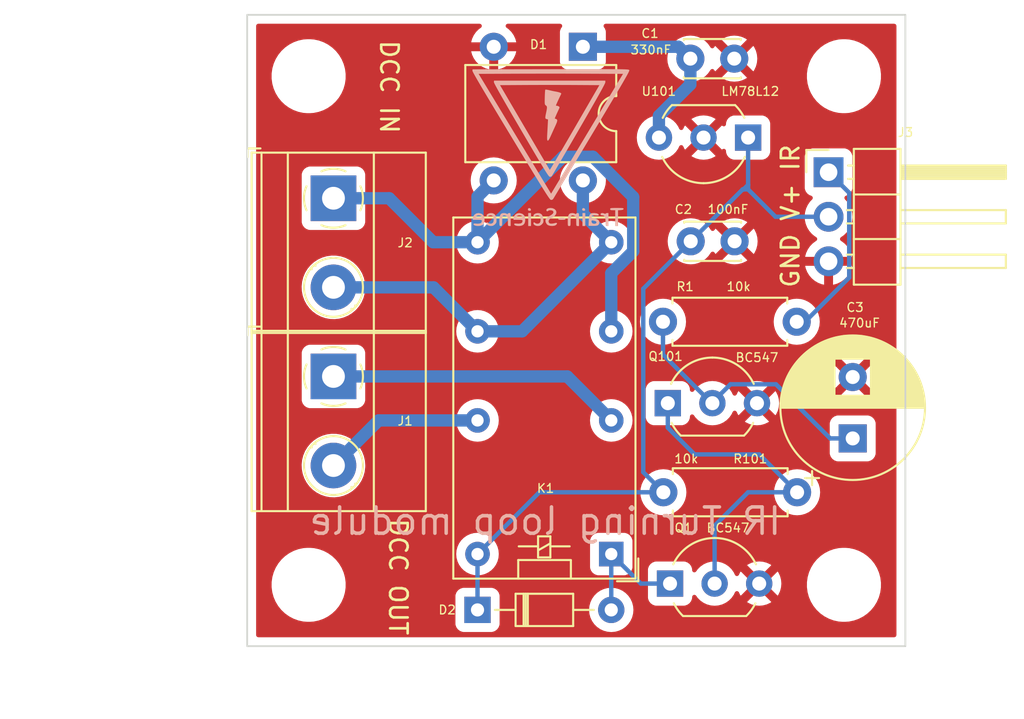
<source format=kicad_pcb>
(kicad_pcb (version 20221018) (generator pcbnew)
  (layers (0 "F.Cu" signal) (31 "B.Cu" signal) (34 "B.Paste" user) (35 "F.Paste" user) (36 "B.SilkS" user "B.Silkscreen") (37 "F.SilkS" user "F.Silkscreen") (38 "B.Mask" user) (39 "F.Mask" user) (44 "Edge.Cuts" user))
  (net 0 "")
  (net 1 "VCC")
  (net 2 "GND")
  (net 3 "+12V")
  (net 4 "Net-(R1-Pad1)")
  (net 5 "/DCC_A_OUT")
  (net 6 "/DCC_B_OUT")
  (net 7 "/DCC_B_IN")
  (net 8 "/DCC_A_IN")
  (net 9 "Net-(D2-Pad2)")
  (net 10 "Net-(Q1-Pad2)")
  (net 11 "Net-(J3-Pad1)")
  (footprint "Capacitor_THT:C_Disc_D3.0mm_W2.0mm_P2.50mm" (layer "F.Cu") (at 165.75 45)
    (fp_text reference "C1" (at -2.301 -1.439 unlocked) (layer "F.SilkS") (effects (font (size 0.5 0.5) (thickness 0.075))))
    (fp_text value "330nF" (at -2.25 -0.5 unlocked) (layer "F.SilkS") (effects (font (size 0.5 0.5) (thickness 0.075))))
    (pad "1" thru_hole circle (at 0 0) (size 1.6 1.6) (drill 0.8) (layers "*.Cu" "*.Mask") (net 1 "VCC"))
    (pad "2" thru_hole circle (at 2.5 0) (size 1.6 1.6) (drill 0.8) (layers "*.Cu" "*.Mask") (net 2 "GND"))
  )
  (footprint "Relay_THT:Relay_DPDT_Omron_G5V-2" (layer "F.Cu") (at 161.2425 73.2465 180)
    (fp_text reference "K1" (at 3.7425 3.7465 unlocked) (layer "F.SilkS") (effects (font (size 0.5 0.5) (thickness 0.075))))
    (fp_text value "G5V-2")
    (pad "1" thru_hole rect (at 0 0 180) (size 1.4 1.4) (drill 0.7) (layers "*.Cu" "*.Mask") (net 9 "Net-(D2-Pad2)"))
    (pad "4" thru_hole circle (at 0 7.62 180) (size 1.4 1.4) (drill 0.7) (layers "*.Cu" "*.Mask") (net 5 "/DCC_A_OUT"))
    (pad "6" thru_hole circle (at 0 12.7 180) (size 1.4 1.4) (drill 0.7) (layers "*.Cu" "*.Mask") (net 8 "/DCC_A_IN"))
    (pad "8" thru_hole circle (at 0 17.78 180) (size 1.4 1.4) (drill 0.7) (layers "*.Cu" "*.Mask") (net 7 "/DCC_B_IN"))
    (pad "9" thru_hole circle (at 7.62 17.78 180) (size 1.4 1.4) (drill 0.7) (layers "*.Cu" "*.Mask") (net 8 "/DCC_A_IN"))
    (pad "11" thru_hole circle (at 7.62 12.7 180) (size 1.4 1.4) (drill 0.7) (layers "*.Cu" "*.Mask") (net 7 "/DCC_B_IN"))
    (pad "13" thru_hole circle (at 7.62 7.62 180) (size 1.4 1.4) (drill 0.7) (layers "*.Cu" "*.Mask") (net 6 "/DCC_B_OUT"))
    (pad "16" thru_hole circle (at 7.62 0 180) (size 1.4 1.4) (drill 0.7) (layers "*.Cu" "*.Mask") (net 3 "+12V"))
  )
  (footprint "MountingHole:MountingHole_3.2mm_M3" (layer "F.Cu") (at 144 46)
    (fp_text reference "REF**" hide)
    (fp_text value "MountingHole_3.2mm_M3")
    (pad "" np_thru_hole circle (at 0 0) (size 3.2 3.2) (drill 3.2) (layers "*.Cu" "*.Mask"))
  )
  (footprint "MountingHole:MountingHole_3.2mm_M3" (layer "F.Cu") (at 174.5 75)
    (fp_text reference "REF**" hide)
    (fp_text value "MountingHole_3.2mm_M3")
    (pad "" np_thru_hole circle (at 0 0) (size 3.2 3.2) (drill 3.2) (layers "*.Cu" "*.Mask"))
  )
  (footprint "Capacitor_THT:C_Disc_D3.0mm_W2.0mm_P2.50mm" (layer "F.Cu") (at 165.77 55.414)
    (fp_text reference "C2" (at -0.416 -1.82 unlocked) (layer "F.SilkS") (effects (font (size 0.5 0.5) (thickness 0.075))))
    (fp_text value "100nF" (at 2.124 -1.82 unlocked) (layer "F.SilkS") (effects (font (size 0.5 0.5) (thickness 0.075))))
    (pad "1" thru_hole circle (at 0 0) (size 1.6 1.6) (drill 0.8) (layers "*.Cu" "*.Mask") (net 3 "+12V"))
    (pad "2" thru_hole circle (at 2.5 0) (size 1.6 1.6) (drill 0.8) (layers "*.Cu" "*.Mask") (net 2 "GND"))
  )
  (footprint "Diode_THT:Diode_Bridge_DIP-4_W7.62mm_P5.08mm" (layer "F.Cu") (at 159.626 44.323 -90)
    (fp_text reference "D1" (at -0.127 2.527 unlocked) (layer "F.SilkS") (effects (font (size 0.5 0.5) (thickness 0.075))))
    (fp_text value "D_Bridge_+-AA")
    (pad "1" thru_hole rect (at 0 0 270) (size 1.6 1.6) (drill 0.8) (layers "*.Cu" "*.Mask") (net 1 "VCC"))
    (pad "2" thru_hole oval (at 0 5.08 270) (size 1.6 1.6) (drill 0.8) (layers "*.Cu" "*.Mask") (net 2 "GND"))
    (pad "3" thru_hole oval (at 7.62 5.08 270) (size 1.6 1.6) (drill 0.8) (layers "*.Cu" "*.Mask") (net 8 "/DCC_A_IN"))
    (pad "4" thru_hole oval (at 7.62 0 270) (size 1.6 1.6) (drill 0.8) (layers "*.Cu" "*.Mask") (net 7 "/DCC_B_IN"))
  )
  (footprint "Capacitor_THT:CP_Radial_D8.0mm_P3.50mm" (layer "F.Cu") (at 175 66.652651 90)
    (fp_text reference "C3" (at 7.470651 0.133 unlocked) (layer "F.SilkS") (effects (font (size 0.5 0.5) (thickness 0.075))))
    (fp_text value "470uF" (at 6.581651 0.387 unlocked) (layer "F.SilkS") (effects (font (size 0.5 0.5) (thickness 0.075))))
    (pad "1" thru_hole rect (at 0 0 90) (size 1.6 1.6) (drill 0.8) (layers "*.Cu" "*.Mask") (net 4 "Net-(R1-Pad1)"))
    (pad "2" thru_hole circle (at 3.5 0 90) (size 1.6 1.6) (drill 0.8) (layers "*.Cu" "*.Mask") (net 2 "GND"))
  )
  (footprint "TerminalBlock_Phoenix:TerminalBlock_Phoenix_MKDS-1,5-2-5.08_1x02_P5.08mm_Horizontal" (layer "F.Cu") (at 145.415 63.119 -90)
    (fp_text reference "J1" (at 2.54 -4.085 unlocked) (layer "F.SilkS") (effects (font (size 0.5 0.5) (thickness 0.075))))
    (fp_text value "DCC_out")
    (pad "1" thru_hole rect (at 0 0 270) (size 2.6 2.6) (drill 1.3) (layers "*.Cu" "*.Mask") (net 5 "/DCC_A_OUT"))
    (pad "2" thru_hole circle (at 5.08 0 270) (size 2.6 2.6) (drill 1.3) (layers "*.Cu" "*.Mask") (net 6 "/DCC_B_OUT"))
  )
  (footprint "Package_TO_SOT_THT:TO-92_Inline_Wide" (layer "F.Cu") (at 164.592 74.93)
    (fp_text reference "Q1" (at 0.762 -3.175 unlocked) (layer "F.SilkS") (effects (font (size 0.5 0.5) (thickness 0.075))))
    (fp_text value "BC547" (at 3.302 -3.175 unlocked) (layer "F.SilkS") (effects (font (size 0.5 0.5) (thickness 0.075))))
    (pad "1" thru_hole rect (at 0 0) (size 1.5 1.5) (drill 0.8) (layers "*.Cu" "*.Mask") (net 9 "Net-(D2-Pad2)"))
    (pad "2" thru_hole circle (at 2.54 0) (size 1.5 1.5) (drill 0.8) (layers "*.Cu" "*.Mask") (net 10 "Net-(Q1-Pad2)"))
    (pad "3" thru_hole circle (at 5.08 0) (size 1.5 1.5) (drill 0.8) (layers "*.Cu" "*.Mask") (net 2 "GND"))
  )
  (footprint "Package_TO_SOT_THT:TO-92_Inline_Wide" (layer "F.Cu") (at 169.04 49.5 180)
    (fp_text reference "U101" (at 5.083 2.637 unlocked) (layer "F.SilkS") (effects (font (size 0.5 0.5) (thickness 0.075))))
    (fp_text value "LM78L12" (at -0.124 2.637 unlocked) (layer "F.SilkS") (effects (font (size 0.5 0.5) (thickness 0.075))))
    (pad "1" thru_hole rect (at 0 0 180) (size 1.5 1.5) (drill 0.8) (layers "*.Cu" "*.Mask") (net 3 "+12V"))
    (pad "2" thru_hole circle (at 2.54 0 180) (size 1.5 1.5) (drill 0.8) (layers "*.Cu" "*.Mask") (net 2 "GND"))
    (pad "3" thru_hole circle (at 5.08 0 180) (size 1.5 1.5) (drill 0.8) (layers "*.Cu" "*.Mask") (net 1 "VCC"))
  )
  (footprint "TerminalBlock_Phoenix:TerminalBlock_Phoenix_MKDS-1,5-2-5.08_1x02_P5.08mm_Horizontal" (layer "F.Cu") (at 145.415 52.959 -90)
    (fp_text reference "J2" (at 2.54 -4.085 unlocked) (layer "F.SilkS") (effects (font (size 0.5 0.5) (thickness 0.075))))
    (fp_text value "DCC_IN")
    (pad "1" thru_hole rect (at 0 0 270) (size 2.6 2.6) (drill 1.3) (layers "*.Cu" "*.Mask") (net 8 "/DCC_A_IN"))
    (pad "2" thru_hole circle (at 5.08 0 270) (size 2.6 2.6) (drill 1.3) (layers "*.Cu" "*.Mask") (net 7 "/DCC_B_IN"))
  )
  (footprint "Resistor_THT:R_Axial_DIN0207_L6.3mm_D2.5mm_P7.62mm_Horizontal" (layer "F.Cu") (at 164.19 60)
    (fp_text reference "R1" (at 1.262 -2 unlocked) (layer "F.SilkS") (effects (font (size 0.5 0.5) (thickness 0.075))))
    (fp_text value "10k" (at 4.31 -2 unlocked) (layer "F.SilkS") (effects (font (size 0.5 0.5) (thickness 0.075))))
    (pad "1" thru_hole circle (at 0 0) (size 1.6 1.6) (drill 0.8) (layers "*.Cu" "*.Mask") (net 4 "Net-(R1-Pad1)"))
    (pad "2" thru_hole oval (at 7.62 0) (size 1.6 1.6) (drill 0.8) (layers "*.Cu" "*.Mask") (net 11 "Net-(J3-Pad1)"))
  )
  (footprint "Diode_THT:D_DO-34_SOD68_P7.62mm_Horizontal" (layer "F.Cu") (at 153.6225 76.4305)
    (fp_text reference "D2" (at -1.7305 0 unlocked) (layer "F.SilkS") (effects (font (size 0.5 0.5) (thickness 0.075))))
    (fp_text value "D")
    (pad "1" thru_hole rect (at 0 0) (size 1.5 1.5) (drill 0.75) (layers "*.Cu" "*.Mask") (net 3 "+12V"))
    (pad "2" thru_hole oval (at 7.62 0) (size 1.5 1.5) (drill 0.75) (layers "*.Cu" "*.Mask") (net 9 "Net-(D2-Pad2)"))
  )
  (footprint "Package_TO_SOT_THT:TO-92_Inline_Wide" (layer "F.Cu") (at 164.465 64.643)
    (fp_text reference "Q101" (at -0.127 -2.667 unlocked) (layer "F.SilkS") (effects (font (size 0.5 0.5) (thickness 0.075))))
    (fp_text value "BC547" (at 5.08 -2.6 unlocked) (layer "F.SilkS") (effects (font (size 0.5 0.5) (thickness 0.075))))
    (pad "1" thru_hole rect (at 0 0) (size 1.5 1.5) (drill 0.8) (layers "*.Cu" "*.Mask") (net 10 "Net-(Q1-Pad2)"))
    (pad "2" thru_hole circle (at 2.54 0) (size 1.5 1.5) (drill 0.8) (layers "*.Cu" "*.Mask") (net 4 "Net-(R1-Pad1)"))
    (pad "3" thru_hole circle (at 5.08 0) (size 1.5 1.5) (drill 0.8) (layers "*.Cu" "*.Mask") (net 2 "GND"))
  )
  (footprint "MountingHole:MountingHole_3.2mm_M3" (layer "F.Cu") (at 174.5 46)
    (fp_text reference "REF**" hide)
    (fp_text value "MountingHole_3.2mm_M3")
    (pad "" np_thru_hole circle (at 0 0) (size 3.2 3.2) (drill 3.2) (layers "*.Cu" "*.Mask"))
  )
  (footprint "Connector_PinHeader_2.54mm:PinHeader_1x03_P2.54mm_Horizontal" (layer "F.Cu") (at 173.625 51.475)
    (fp_text reference "J3" (at 4.385 -2.27 unlocked) (layer "F.SilkS") (effects (font (size 0.5 0.5) (thickness 0.075))))
    (fp_text value "Conn_01x03_Male")
    (pad "1" thru_hole rect (at 0 0) (size 1.7 1.7) (drill 1) (layers "*.Cu" "*.Mask") (net 11 "Net-(J3-Pad1)"))
    (pad "2" thru_hole oval (at 0 2.54) (size 1.7 1.7) (drill 1) (layers "*.Cu" "*.Mask") (net 3 "+12V"))
    (pad "3" thru_hole oval (at 0 5.08) (size 1.7 1.7) (drill 1) (layers "*.Cu" "*.Mask") (net 2 "GND"))
  )
  (footprint "MountingHole:MountingHole_3.2mm_M3" (layer "F.Cu") (at 144 75)
    (fp_text reference "REF**" hide)
    (fp_text value "MountingHole_3.2mm_M3")
    (pad "" np_thru_hole circle (at 0 0) (size 3.2 3.2) (drill 3.2) (layers "*.Cu" "*.Mask"))
  )
  (footprint "Resistor_THT:R_Axial_DIN0207_L6.3mm_D2.5mm_P7.62mm_Horizontal" (layer "F.Cu") (at 171.831 69.723 180)
    (fp_text reference "R101" (at 2.667 1.905 unlocked) (layer "F.SilkS") (effects (font (size 0.5 0.5) (thickness 0.075))))
    (fp_text value "10k" (at 6.313 1.905 unlocked) (layer "F.SilkS") (effects (font (size 0.5 0.5) (thickness 0.075))))
    (pad "1" thru_hole circle (at 0 0 180) (size 1.6 1.6) (drill 0.8) (layers "*.Cu" "*.Mask") (net 10 "Net-(Q1-Pad2)"))
    (pad "2" thru_hole oval (at 7.62 0 180) (size 1.6 1.6) (drill 0.8) (layers "*.Cu" "*.Mask") (net 3 "+12V"))
  )
  (footprint "custom_kicad_lib_sk:Train-Science logo small" (layer "B.Cu") (at 157.734 50.165 180)
    (fp_text reference "G***" hide)
    (fp_text value "LOGO" hide)
  )
  (gr_rect (start 140.5 42.5) (end 178 78.5) (stroke (width 0.1)) (fill none) (layer "Edge.Cuts"))
  (gr_text "IR Turning loop module" (at 157.48 71.374) (layer "B.SilkS") (effects (font (size 1.5 1.5) (thickness 0.2)) (justify mirror)))
  (gr_text "GND V+ IR" (at 171.45 53.975 90) (layer "F.SilkS") (effects (font (size 1 1))))
  (gr_text "DCC IN" (at 148.59 46.609 270) (layer "F.SilkS") (effects (font (size 1 1))))
  (gr_text "DCC OUT" (at 149.098 74.549 270) (layer "F.SilkS") (effects (font (size 1 1))))
  (segment (start 165.75 46.467) (end 163.96 48.257) (width 0.7) (layer "B.Cu") (net 1))
  (segment (start 159.626 44.323) (end 165.073 44.323) (width 0.7) (layer "B.Cu") (net 1))
  (segment (start 165.75 45) (end 165.75 46.467) (width 0.7) (layer "B.Cu") (net 1))
  (segment (start 163.96 48.257) (end 163.96 49.5) (width 0.7) (layer "B.Cu") (net 1))
  (segment (start 165.073 44.323) (end 165.75 45) (width 0.7) (layer "B.Cu") (net 1))
  (segment (start 153.6225 73.2465) (end 157.146 69.723) (width 0.25) (layer "B.Cu") (net 3))
  (segment (start 157.146 69.723) (end 164.211 69.723) (width 0.25) (layer "B.Cu") (net 3))
  (segment (start 153.6225 76.4305) (end 153.6225 73.2465) (width 0.25) (layer "B.Cu") (net 3))
  (segment (start 170.601 54.015) (end 173.625 54.015) (width 0.25) (layer "B.Cu") (net 3))
  (segment (start 169.04 52.454) (end 170.601 54.015) (width 0.25) (layer "B.Cu") (net 3))
  (segment (start 168.73 52.454) (end 165.77 55.414) (width 0.25) (layer "B.Cu") (net 3))
  (segment (start 163.065489 58.118511) (end 165.77 55.414) (width 0.25) (layer "B.Cu") (net 3))
  (segment (start 168.78 52.454) (end 169.04 52.194) (width 0.25) (layer "B.Cu") (net 3))
  (segment (start 163.065489 68.577489) (end 163.065489 58.118511) (width 0.25) (layer "B.Cu") (net 3))
  (segment (start 169.04 49.5) (end 169.04 52.194) (width 0.25) (layer "B.Cu") (net 3))
  (segment (start 164.211 69.723) (end 163.065489 68.577489) (width 0.25) (layer "B.Cu") (net 3))
  (segment (start 168.73 52.454) (end 168.78 52.454) (width 0.25) (layer "B.Cu") (net 3))
  (segment (start 169.04 52.194) (end 169.04 52.454) (width 0.25) (layer "B.Cu") (net 3))
  (segment (start 169.04 52.454) (end 168.73 52.454) (width 0.25) (layer "B.Cu") (net 3))
  (segment (start 164.19 61.87) (end 166.96 64.64) (width 0.25) (layer "B.Cu") (net 4))
  (segment (start 170.626489 63.565489) (end 173.713651 66.652651) (width 0.25) (layer "B.Cu") (net 4))
  (segment (start 173.713651 66.652651) (end 175 66.652651) (width 0.25) (layer "B.Cu") (net 4))
  (segment (start 164.19 60) (end 164.19 61.87) (width 0.25) (layer "B.Cu") (net 4))
  (segment (start 168.034511 63.565489) (end 170.626489 63.565489) (width 0.25) (layer "B.Cu") (net 4))
  (segment (start 166.96 64.64) (end 168.034511 63.565489) (width 0.25) (layer "B.Cu") (net 4))
  (segment (start 158.735 63.119) (end 161.2425 65.6265) (width 0.7) (layer "B.Cu") (net 5))
  (segment (start 145.415 63.119) (end 158.735 63.119) (width 0.7) (layer "B.Cu") (net 5))
  (segment (start 153.6225 65.6265) (end 147.9875 65.6265) (width 0.7) (layer "B.Cu") (net 6))
  (segment (start 147.9875 65.6265) (end 145.415 68.199) (width 0.7) (layer "B.Cu") (net 6))
  (segment (start 153.6225 60.5465) (end 156.1625 60.5465) (width 0.7) (layer "B.Cu") (net 7))
  (segment (start 156.1625 60.5465) (end 161.2425 55.4665) (width 0.7) (layer "B.Cu") (net 7))
  (segment (start 151.115 58.039) (end 153.6225 60.5465) (width 0.7) (layer "B.Cu") (net 7))
  (segment (start 145.415 58.039) (end 151.115 58.039) (width 0.7) (layer "B.Cu") (net 7))
  (segment (start 159.626 51.943) (end 159.626 53.85) (width 0.7) (layer "B.Cu") (net 7))
  (segment (start 159.626 53.85) (end 161.2425 55.4665) (width 0.7) (layer "B.Cu") (net 7))
  (segment (start 158.495511 50.593489) (end 160.194489 50.593489) (width 0.7) (layer "B.Cu") (net 8))
  (segment (start 153.6225 52.8665) (end 154.546 51.943) (width 0.7) (layer "B.Cu") (net 8))
  (segment (start 153.6225 55.4665) (end 153.6225 52.8665) (width 0.7) (layer "B.Cu") (net 8))
  (segment (start 153.6225 55.4665) (end 158.495511 50.593489) (width 0.7) (layer "B.Cu") (net 8))
  (segment (start 151.0975 55.4665) (end 148.59 52.959) (width 0.7) (layer "B.Cu") (net 8))
  (segment (start 162.492011 55.984065) (end 161.2425 57.233576) (width 0.7) (layer "B.Cu") (net 8))
  (segment (start 160.194489 50.593489) (end 162.492011 52.891011) (width 0.7) (layer "B.Cu") (net 8))
  (segment (start 148.59 52.959) (end 145.415 52.959) (width 0.7) (layer "B.Cu") (net 8))
  (segment (start 161.2425 57.233576) (end 161.2425 60.5465) (width 0.7) (layer "B.Cu") (net 8))
  (segment (start 153.6225 55.4665) (end 151.0975 55.4665) (width 0.7) (layer "B.Cu") (net 8))
  (segment (start 162.492011 52.891011) (end 162.492011 55.984065) (width 0.7) (layer "B.Cu") (net 8))
  (segment (start 164.592 74.93) (end 162.926 74.93) (width 0.25) (layer "B.Cu") (net 9))
  (segment (start 162.926 74.93) (end 161.2425 73.2465) (width 0.25) (layer "B.Cu") (net 9))
  (segment (start 161.2425 76.4305) (end 161.2425 73.2465) (width 0.25) (layer "B.Cu") (net 9))
  (segment (start 169.037 69.723) (end 171.831 69.723) (width 0.25) (layer "B.Cu") (net 10))
  (segment (start 164.465 66.04) (end 165.989 67.564) (width 0.25) (layer "B.Cu") (net 10))
  (segment (start 165.989 67.564) (end 169.672 67.564) (width 0.25) (layer "B.Cu") (net 10))
  (segment (start 164.465 64.643) (end 164.465 66.04) (width 0.25) (layer "B.Cu") (net 10))
  (segment (start 167.132 71.628) (end 169.037 69.723) (width 0.25) (layer "B.Cu") (net 10))
  (segment (start 167.132 74.93) (end 167.132 71.628) (width 0.25) (layer "B.Cu") (net 10))
  (segment (start 169.672 67.564) (end 171.831 69.723) (width 0.25) (layer "B.Cu") (net 10))
  (segment (start 172.283 60) (end 171.81 60) (width 0.25) (layer "B.Cu") (net 11))
  (segment (start 174.799511 57.483489) (end 172.283 60) (width 0.25) (layer "B.Cu") (net 11))
  (segment (start 173.625 51.475) (end 174.799511 52.649511) (width 0.25) (layer "B.Cu") (net 11))
  (segment (start 174.799511 52.649511) (end 174.799511 57.483489) (width 0.25) (layer "B.Cu") (net 11))
  (zone (net 2) (net_name "GND") (layer "F.Cu") (connect_pads (clearance 0.508)) (min_thickness 0.254) (fill yes (thermal_gap 0.508) (thermal_bridge_width 0.508))
    (polygon (pts (xy 178.816 79.248) (xy 139.446 79.248) (xy 139.446 41.656) (xy 178.816 41.656)))
  )
)
</source>
